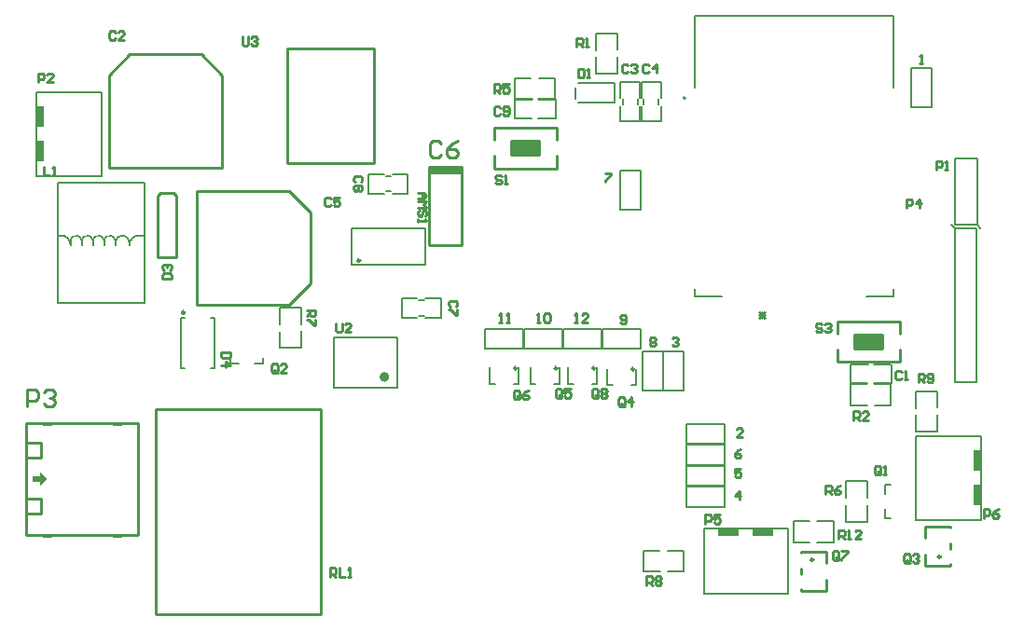
<source format=gto>
G04*
G04 #@! TF.GenerationSoftware,Altium Limited,Altium Designer,21.0.8 (223)*
G04*
G04 Layer_Color=65535*
%FSTAX25Y25*%
%MOIN*%
G70*
G04*
G04 #@! TF.SameCoordinates,ACC495E8-7B1D-45BE-8A89-05A210FF911E*
G04*
G04*
G04 #@! TF.FilePolarity,Positive*
G04*
G01*
G75*
%ADD10C,0.00787*%
%ADD11C,0.00984*%
%ADD12C,0.00700*%
%ADD13C,0.00500*%
%ADD14C,0.01000*%
%ADD15C,0.00800*%
%ADD16R,0.10000X0.05000*%
%ADD17R,0.07500X0.02500*%
%ADD18R,0.02500X0.07500*%
G36*
X011Y0170685D02*
X01075Y0173185D01*
Y0171685D01*
X0105D01*
Y0169685D01*
X01075D01*
Y0168185D01*
X011Y0170685D01*
D02*
G37*
G36*
X0229512Y0208237D02*
X0231897D01*
Y0205886D01*
X0229512D01*
Y0208237D01*
D02*
G37*
D10*
X0338236Y0306713D02*
G03*
X0338236Y0306713I-0000394J0D01*
G01*
X0232112Y0207067D02*
G03*
X0232112Y0207067I-0001419J0D01*
G01*
X0168626Y022824D02*
X0169905D01*
X0168626Y021013D02*
X0169905D01*
X0158095Y022824D02*
X0159374D01*
X0158095Y021013D02*
X0159374D01*
X0169905D02*
Y022824D01*
X0158095Y021013D02*
Y022824D01*
X0175594Y0211929D02*
X0178744D01*
X0175594D02*
Y0213898D01*
X0184256Y0211929D02*
X0187406D01*
Y0213898D01*
X0218811Y0260083D02*
X0245189D01*
X0218811Y0247287D02*
X0245189D01*
X0218811D02*
Y0260083D01*
X0245189Y0247287D02*
Y0260083D01*
X02371Y0228185D02*
Y0235185D01*
X02509Y0228185D02*
Y0235185D01*
X02371D02*
X0242393D01*
X0245444D02*
X02509D01*
X0245444Y0228185D02*
X02509D01*
X02371D02*
X0242393D01*
X02389Y0272685D02*
Y0279685D01*
X02251Y0272685D02*
Y0279685D01*
X0233607Y0272685D02*
X02389D01*
X02251D02*
X0230556D01*
X02251Y0279685D02*
X0230556D01*
X0233607D02*
X02389D01*
X0212779Y020313D02*
X0235221D01*
X0212779D02*
Y022124D01*
X0235221D01*
Y020313D02*
Y022124D01*
X0268382Y0204559D02*
X0270154D01*
X0276847D02*
X0278618D01*
X0268382D02*
Y0210366D01*
X0278618Y0204559D02*
Y0210366D01*
X0282882Y0204559D02*
X0284654D01*
X0291347D02*
X0293118D01*
X0282882D02*
Y0210366D01*
X0293118Y0204559D02*
Y0210366D01*
X0296382Y0204559D02*
X0298154D01*
X0304847D02*
X0306618D01*
X0296382D02*
Y0210366D01*
X0306618Y0204559D02*
Y0210366D01*
X0310382Y0204185D02*
X0312154D01*
X0318847D02*
X0320618D01*
X0310382D02*
Y0209992D01*
X0320618Y0204185D02*
Y0209992D01*
X0409685Y0165252D02*
Y0168402D01*
X0411654D01*
X0409685Y0156591D02*
Y015974D01*
Y0156591D02*
X0411654D01*
X03295Y02986D02*
Y0303893D01*
Y0306944D02*
Y03124D01*
X03225Y0306944D02*
Y03124D01*
Y02986D02*
Y0303893D01*
Y03124D02*
X03295D01*
X03225Y02986D02*
X03295D01*
X0322D02*
Y0303893D01*
Y0306944D02*
Y03124D01*
X0315Y0306944D02*
Y03124D01*
Y02986D02*
Y0303893D01*
Y03124D02*
X0322D01*
X0315Y02986D02*
X0322D01*
D11*
X0159276Y0230071D02*
G03*
X0159276Y0230071I-0000492J0D01*
G01*
X0222Y0248685D02*
G03*
X0222Y0248685I-0000492J0D01*
G01*
X0277992Y0210185D02*
G03*
X0277992Y0210185I-0000492J0D01*
G01*
X0292492D02*
G03*
X0292492Y0210185I-0000492J0D01*
G01*
X0305992D02*
G03*
X0305992Y0210185I-0000492J0D01*
G01*
X0319992Y0209811D02*
G03*
X0319992Y0209811I-0000492J0D01*
G01*
X0429492Y0142693D02*
G03*
X0429492Y0142693I-0000492J0D01*
G01*
X0383992Y0141677D02*
G03*
X0383992Y0141677I-0000492J0D01*
G01*
D12*
X0143Y0257685D02*
G03*
X01395Y0254185I0J-00035D01*
G01*
Y0255185D02*
G03*
X0137Y0257685I-00025J0D01*
G01*
D02*
G03*
X01345Y0255185I0J-00025D01*
G01*
Y0255685D02*
G03*
X01325Y0257685I-0002J0D01*
G01*
D02*
G03*
X01305Y0255685I0J-0002D01*
G01*
D02*
G03*
X01285Y0257685I-0002J0D01*
G01*
D02*
G03*
X01265Y0255685I0J-0002D01*
G01*
D02*
G03*
X01245Y0257685I-0002J0D01*
G01*
D02*
G03*
X01225Y0255685I0J-0002D01*
G01*
D02*
G03*
X01205Y0257685I-0002J0D01*
G01*
D02*
G03*
X01185Y0255685I0J-0002D01*
G01*
Y0254185D02*
G03*
X0115Y0257685I-00035J0D01*
G01*
X0145Y0233685D02*
Y0276685D01*
X0114D02*
X0145D01*
X0114Y0233685D02*
Y0276685D01*
Y0233685D02*
X0145D01*
X0143Y0257685D02*
X0145D01*
X01395Y0254185D02*
Y0255185D01*
X01345Y0254185D02*
Y0255185D01*
Y0254185D02*
Y0255685D01*
X01305Y0254185D02*
Y0255685D01*
Y0254185D02*
Y0255685D01*
X01265Y0254185D02*
Y0255685D01*
Y0254185D02*
Y0255685D01*
X01225Y0254185D02*
Y0255685D01*
Y0254185D02*
Y0255685D01*
X01185Y0254185D02*
Y0255685D01*
X0114Y0257685D02*
X0115D01*
X0243084Y0234398D02*
X0244883D01*
X0243084Y0228998D02*
X0244883D01*
X0231117Y0273472D02*
X0232916D01*
X0231117Y0278872D02*
X0232916D01*
X0328687Y0304584D02*
Y0306383D01*
X0323287Y0304584D02*
Y0306383D01*
X0321187Y0304584D02*
Y0306383D01*
X0315787Y0304584D02*
Y0306383D01*
D13*
X0412646Y031065D02*
Y033624D01*
X0341779D02*
X0412646D01*
X0341779Y031065D02*
Y033624D01*
X0412646Y0235846D02*
Y0238405D01*
X0403Y0235846D02*
X0412646D01*
X0341779D02*
X0351425D01*
X0341779D02*
Y0238405D01*
X03062Y0315485D02*
Y0321385D01*
X03138Y0315485D02*
Y0321385D01*
X03062Y0315485D02*
X03138D01*
Y0324085D02*
Y0329885D01*
X03062D02*
X03138D01*
X03062Y0323885D02*
Y0329885D01*
X03Y0312185D02*
X0313D01*
Y0305185D02*
Y0312185D01*
X03Y0305185D02*
X0313D01*
X0299Y0306685D02*
Y0310685D01*
X02858Y03062D02*
X02917D01*
X02858Y03138D02*
X02917D01*
Y03062D02*
Y03138D01*
X02773D02*
X02831D01*
X02773Y03062D02*
Y03138D01*
Y03062D02*
X02833D01*
X0277163Y03064D02*
X0283463D01*
X0285563D02*
X0291763D01*
X0291837Y02996D02*
Y03064D01*
X0285663Y02996D02*
X0291763D01*
X0277163D02*
X0283363D01*
X0277163D02*
Y03064D01*
X02008Y0225985D02*
Y0231885D01*
X01932Y0225985D02*
Y0231885D01*
X02008D01*
X01932Y0217485D02*
Y0223285D01*
Y0217485D02*
X02008D01*
Y0223485D01*
X026661Y0224327D02*
X028039D01*
X026661Y0217043D02*
X028039D01*
X026661D02*
Y0224327D01*
X028039Y0217043D02*
Y0224327D01*
X028061D02*
X029439D01*
X028061Y0217043D02*
X029439D01*
X028061D02*
Y0224327D01*
X029439Y0217043D02*
Y0224327D01*
X029461D02*
X030839D01*
X029461Y0217043D02*
X030839D01*
X029461D02*
Y0224327D01*
X030839Y0217043D02*
Y0224327D01*
X030861D02*
X032239D01*
X030861Y0217043D02*
X032239D01*
X030861D02*
Y0224327D01*
X032239Y0217043D02*
Y0224327D01*
X0330142Y0202295D02*
Y0216075D01*
X0322858Y0202295D02*
Y0216075D01*
X0330142D01*
X0322858Y0202295D02*
X0330142D01*
X0337642D02*
Y0216075D01*
X0330358Y0202295D02*
Y0216075D01*
X0337642D01*
X0330358Y0202295D02*
X0337642D01*
X033861Y0183043D02*
X035239D01*
X033861Y0190327D02*
X035239D01*
Y0183043D02*
Y0190327D01*
X033861Y0183043D02*
Y0190327D01*
Y0175543D02*
X035239D01*
X033861Y0182827D02*
X035239D01*
Y0175543D02*
Y0182827D01*
X033861Y0175543D02*
Y0182827D01*
Y0168043D02*
X035239D01*
X033861Y0175327D02*
X035239D01*
Y0168043D02*
Y0175327D01*
X033861Y0168043D02*
Y0175327D01*
X0338449Y0160543D02*
X0352228D01*
X0338449Y0167827D02*
X0352228D01*
Y0160543D02*
Y0167827D01*
X0338449Y0160543D02*
Y0167827D01*
X03318Y0137385D02*
X03377D01*
X03318Y0144985D02*
X03377D01*
Y0137385D02*
Y0144985D01*
X03233D02*
X03291D01*
X03233Y0137385D02*
Y0144985D01*
Y0137385D02*
X03293D01*
X0418858Y030361D02*
Y031739D01*
X0426142Y030361D02*
Y031739D01*
X0418858Y030361D02*
X0426142D01*
X0418858Y031739D02*
X0426142D01*
X0397163Y0211585D02*
X0403463D01*
X0405563D02*
X0411763D01*
X0411837Y0204785D02*
Y0211585D01*
X0405663Y0204785D02*
X0411763D01*
X0397163D02*
X0403363D01*
X0397163D02*
Y0211585D01*
X04058Y0196885D02*
X04117D01*
X04058Y0204485D02*
X04117D01*
Y0196885D02*
Y0204485D01*
X03973D02*
X04031D01*
X03973Y0196885D02*
Y0204485D01*
Y0196885D02*
X04033D01*
X0403241Y0163796D02*
Y0169696D01*
X0395641Y0163796D02*
Y0169696D01*
X0403241D01*
X0395641Y0155296D02*
Y0161096D01*
Y0155296D02*
X0403241D01*
Y0161296D01*
X03852Y0155485D02*
X03912D01*
Y0147885D02*
Y0155485D01*
X03854Y0147885D02*
X03912D01*
X03768D02*
Y0155485D01*
Y0147885D02*
X03827D01*
X03768Y0155485D02*
X03827D01*
X04207Y0195885D02*
Y0201885D01*
X04283D01*
Y0196085D02*
Y0201885D01*
X04207Y0187485D02*
X04283D01*
Y0193385D01*
X04207Y0187485D02*
Y0193385D01*
X0314858Y0266957D02*
X0322142D01*
X0314858Y0280736D02*
X0322142D01*
X0314858Y0266957D02*
Y0280736D01*
X0322142Y0266957D02*
Y0280736D01*
D14*
X01025Y0150685D02*
Y0190685D01*
X01425D01*
Y0150685D02*
Y0190685D01*
X01025Y0183685D02*
X0108D01*
Y0178185D02*
Y0183685D01*
X01025Y0178185D02*
X0108D01*
X01025Y0163685D02*
X0108D01*
Y0158185D02*
Y0163685D01*
X01025Y0158185D02*
X0108D01*
X01335Y0190185D02*
X01365D01*
X01025Y0150685D02*
X01425D01*
X01085Y0190185D02*
X01115D01*
X01335Y0150185D02*
X01365D01*
X01085D02*
X01115D01*
X0258405Y0254085D02*
Y0280285D01*
X0246595Y0254085D02*
X0258405D01*
X0246595D02*
Y0280285D01*
X0258405D01*
X0246595Y0281185D02*
X0258405D01*
X0246595Y0282085D02*
X0258405D01*
X02584Y0279985D02*
Y0282085D01*
X02466Y0279785D02*
Y0282085D01*
X0163724Y0232909D02*
Y0273461D01*
X0196724Y0232909D02*
X0204276Y0240461D01*
X0163724Y0232909D02*
X0196724D01*
X0204276Y0240461D02*
Y026591D01*
X0196724Y0273461D02*
X0204276Y026591D01*
X0163724Y0273461D02*
X0196724D01*
X01496Y0249785D02*
X01564D01*
X01496Y0271885D02*
X01507Y0272985D01*
X01496Y0249785D02*
Y0271885D01*
X01507Y0272985D02*
X01553D01*
X01564Y0271885D01*
Y0249785D02*
Y0271885D01*
X0292202Y0281676D02*
Y0286176D01*
Y0291776D02*
Y0296276D01*
X0270002D02*
X0292202D01*
X0270002Y0281676D02*
X0292202D01*
X0276102Y0286476D02*
X0286102D01*
X0276102D02*
Y0291476D01*
X0286102D01*
Y0286476D02*
Y0291476D01*
X0270002Y0281676D02*
Y0286176D01*
Y0291776D02*
Y0296276D01*
X0132224Y0281909D02*
Y031491D01*
X0139776Y0322461D01*
X0165224D01*
X0172776Y0281909D02*
Y031491D01*
X0165224Y0322461D02*
X0172776Y031491D01*
X0132224Y0281909D02*
X0172776D01*
X0227Y0283685D02*
Y0324685D01*
X0196Y0283685D02*
X0227D01*
X0196D02*
Y0324685D01*
X0227D01*
X0148945Y0195685D02*
X0208D01*
X0148945Y0122063D02*
Y0195685D01*
Y0122063D02*
X0208D01*
Y0195685D01*
X039262Y0222485D02*
Y0226985D01*
Y0212385D02*
Y0216885D01*
X040872Y0217185D02*
Y0222185D01*
X0398721D02*
X040872D01*
X0398721Y0217185D02*
Y0222185D01*
Y0217185D02*
X040872D01*
X039262Y0212385D02*
X041482D01*
X039262Y0226985D02*
X041482D01*
Y0222485D02*
Y0226985D01*
Y0212385D02*
Y0216885D01*
X0433Y0145685D02*
Y0147685D01*
Y0153185D02*
Y0153685D01*
X0424D02*
X0433D01*
X0424Y0149685D02*
Y0153685D01*
X0433Y0139685D02*
Y0140185D01*
X0424Y0139685D02*
X0433D01*
X0424D02*
Y0143685D01*
X03885Y0140685D02*
Y0144685D01*
X03795D02*
X03885D01*
X03795Y0144185D02*
Y0144685D01*
X03885Y0130685D02*
Y0134685D01*
X03795Y0130685D02*
X03885D01*
X03795D02*
Y0131185D01*
Y0136685D02*
Y0138685D01*
X0103Y01966D02*
Y0202598D01*
X0105999D01*
X0106999Y0201598D01*
Y0199599D01*
X0105999Y0198599D01*
X0103D01*
X0108998Y0201598D02*
X0109998Y0202598D01*
X0111997D01*
X0112997Y0201598D01*
Y0200599D01*
X0111997Y0199599D01*
X0110997D01*
X0111997D01*
X0112997Y0198599D01*
Y01976D01*
X0111997Y01966D01*
X0109998D01*
X0108998Y01976D01*
X0251099Y0290598D02*
X0250099Y0291598D01*
X02481D01*
X02471Y0290598D01*
Y02866D01*
X02481Y02856D01*
X0250099D01*
X0251099Y02866D01*
X0257097Y0291598D02*
X0255097Y0290598D01*
X0253098Y0288599D01*
Y02866D01*
X0254098Y02856D01*
X0256097D01*
X0257097Y02866D01*
Y0287599D01*
X0256097Y0288599D01*
X0253098D01*
X0179876Y0328759D02*
Y0326135D01*
X0180401Y0325611D01*
X018145D01*
X0181975Y0326135D01*
Y0328759D01*
X0183025Y0328235D02*
X0183549Y0328759D01*
X0184599D01*
X0185124Y0328235D01*
Y032771D01*
X0184599Y0327185D01*
X0184074D01*
X0184599D01*
X0185124Y032666D01*
Y0326135D01*
X0184599Y0325611D01*
X0183549D01*
X0183025Y0326135D01*
X0213376Y0226259D02*
Y0223636D01*
X0213901Y0223111D01*
X021495D01*
X0215475Y0223636D01*
Y0226259D01*
X0218624Y0223111D02*
X0216525D01*
X0218624Y022521D01*
Y0225735D01*
X0218099Y0226259D01*
X021705D01*
X0216525Y0225735D01*
X0386975D02*
X0386451Y0226259D01*
X0385401D01*
X0384876Y0225735D01*
Y022521D01*
X0385401Y0224685D01*
X0386451D01*
X0386975Y022416D01*
Y0223636D01*
X0386451Y0223111D01*
X0385401D01*
X0384876Y0223636D01*
X0388025Y0225735D02*
X0388549Y0226259D01*
X0389599D01*
X0390124Y0225735D01*
Y022521D01*
X0389599Y0224685D01*
X0389074D01*
X0389599D01*
X0390124Y022416D01*
Y0223636D01*
X0389599Y0223111D01*
X0388549D01*
X0388025Y0223636D01*
X02725Y0278735D02*
X0271975Y0279259D01*
X0270926D01*
X0270401Y0278735D01*
Y027821D01*
X0270926Y0277685D01*
X0271975D01*
X02725Y027716D01*
Y0276636D01*
X0271975Y0276111D01*
X0270926D01*
X0270401Y0276636D01*
X027355Y0276111D02*
X0274599D01*
X0274074D01*
Y0279259D01*
X027355Y0278735D01*
X0211327Y0135611D02*
Y0138759D01*
X0212901D01*
X0213426Y0138235D01*
Y0137185D01*
X0212901Y013666D01*
X0211327D01*
X0212376D02*
X0213426Y0135611D01*
X0214475Y0138759D02*
Y0135611D01*
X0216574D01*
X0217624D02*
X0218673D01*
X0218149D01*
Y0138759D01*
X0217624Y0138235D01*
X0393064Y0149111D02*
Y0152259D01*
X0394639D01*
X0395163Y0151735D01*
Y0150685D01*
X0394639Y015016D01*
X0393064D01*
X0394114D02*
X0395163Y0149111D01*
X0396213D02*
X0397262D01*
X0396738D01*
Y0152259D01*
X0396213Y0151735D01*
X0400936Y0149111D02*
X0398837D01*
X0400936Y015121D01*
Y0151735D01*
X0400411Y0152259D01*
X0399361D01*
X0398837Y0151735D01*
X04215Y02051D02*
Y0208249D01*
X0423074D01*
X0423599Y0207724D01*
Y0206674D01*
X0423074Y020615D01*
X04215D01*
X0422549D02*
X0423599Y02051D01*
X0424649Y0205625D02*
X0425173Y02051D01*
X0426223D01*
X0426748Y0205625D01*
Y0207724D01*
X0426223Y0208249D01*
X0425173D01*
X0424649Y0207724D01*
Y0207199D01*
X0425173Y0206674D01*
X0426748D01*
X0324376Y0132611D02*
Y0135759D01*
X0325951D01*
X0326475Y0135235D01*
Y0134185D01*
X0325951Y013366D01*
X0324376D01*
X0325426D02*
X0326475Y0132611D01*
X0327525Y0135235D02*
X0328049Y0135759D01*
X0329099D01*
X0329624Y0135235D01*
Y013471D01*
X0329099Y0134185D01*
X0329624Y013366D01*
Y0133135D01*
X0329099Y0132611D01*
X0328049D01*
X0327525Y0133135D01*
Y013366D01*
X0328049Y0134185D01*
X0327525Y013471D01*
Y0135235D01*
X0328049Y0134185D02*
X0329099D01*
X0202926Y0230809D02*
X0206074D01*
Y0229235D01*
X020555Y022871D01*
X02045D01*
X0203975Y0229235D01*
Y0230809D01*
Y0229759D02*
X0202926Y022871D01*
X0206074Y022766D02*
Y0225561D01*
X020555D01*
X020345Y022766D01*
X0202926D01*
X0388376Y0165111D02*
Y0168259D01*
X038995D01*
X0390475Y0167735D01*
Y0166685D01*
X038995Y016616D01*
X0388376D01*
X0389426D02*
X0390475Y0165111D01*
X0393624Y0168259D02*
X0392574Y0167735D01*
X0391525Y0166685D01*
Y0165636D01*
X039205Y0165111D01*
X0393099D01*
X0393624Y0165636D01*
Y016616D01*
X0393099Y0166685D01*
X0391525D01*
X0269876Y0308611D02*
Y0311759D01*
X027145D01*
X0271975Y0311235D01*
Y0310185D01*
X027145Y030966D01*
X0269876D01*
X0270926D02*
X0271975Y0308611D01*
X0275124Y0311759D02*
X0273025D01*
Y0310185D01*
X0274074Y031071D01*
X0274599D01*
X0275124Y0310185D01*
Y0309136D01*
X0274599Y0308611D01*
X027355D01*
X0273025Y0309136D01*
X0398376Y0191611D02*
Y0194759D01*
X0399951D01*
X0400475Y0194235D01*
Y0193185D01*
X0399951Y019266D01*
X0398376D01*
X0399426D02*
X0400475Y0191611D01*
X0403624D02*
X0401525D01*
X0403624Y019371D01*
Y0194235D01*
X0403099Y0194759D01*
X0402049D01*
X0401525Y0194235D01*
X0299401Y0325111D02*
Y0328259D01*
X0300975D01*
X03015Y0327735D01*
Y0326685D01*
X0300975Y032616D01*
X0299401D01*
X030045D02*
X03015Y0325111D01*
X030255D02*
X0303599D01*
X0303074D01*
Y0328259D01*
X030255Y0327735D01*
X0306975Y0200135D02*
Y0202235D01*
X0306451Y0202759D01*
X0305401D01*
X0304876Y0202235D01*
Y0200135D01*
X0305401Y0199611D01*
X0306451D01*
X0305926Y020066D02*
X0306975Y0199611D01*
X0306451D02*
X0306975Y0200135D01*
X0308025Y0202235D02*
X0308549Y0202759D01*
X0309599D01*
X0310124Y0202235D01*
Y020171D01*
X0309599Y0201185D01*
X0310124Y020066D01*
Y0200135D01*
X0309599Y0199611D01*
X0308549D01*
X0308025Y0200135D01*
Y020066D01*
X0308549Y0201185D01*
X0308025Y020171D01*
Y0202235D01*
X0308549Y0201185D02*
X0309599D01*
X0392975Y0142136D02*
Y0144235D01*
X039245Y0144759D01*
X0391401D01*
X0390876Y0144235D01*
Y0142136D01*
X0391401Y0141611D01*
X039245D01*
X0391926Y014266D02*
X0392975Y0141611D01*
X039245D02*
X0392975Y0142136D01*
X0394025Y0144759D02*
X0396124D01*
Y0144235D01*
X0394025Y0142136D01*
Y0141611D01*
X0278975Y0199636D02*
Y0201735D01*
X027845Y0202259D01*
X0277401D01*
X0276876Y0201735D01*
Y0199636D01*
X0277401Y0199111D01*
X027845D01*
X0277926Y020016D02*
X0278975Y0199111D01*
X027845D02*
X0278975Y0199636D01*
X0282124Y0202259D02*
X0281074Y0201735D01*
X0280025Y0200685D01*
Y0199636D01*
X028055Y0199111D01*
X0281599D01*
X0282124Y0199636D01*
Y020016D01*
X0281599Y0200685D01*
X0280025D01*
X0293975Y0200135D02*
Y0202235D01*
X029345Y0202759D01*
X0292401D01*
X0291876Y0202235D01*
Y0200135D01*
X0292401Y0199611D01*
X029345D01*
X0292926Y020066D02*
X0293975Y0199611D01*
X029345D02*
X0293975Y0200135D01*
X0297124Y0202759D02*
X0295025D01*
Y0201185D01*
X0296074Y020171D01*
X0296599D01*
X0297124Y0201185D01*
Y0200135D01*
X0296599Y0199611D01*
X029555D01*
X0295025Y0200135D01*
X0316475Y0197135D02*
Y0199235D01*
X031595Y0199759D01*
X0314901D01*
X0314376Y0199235D01*
Y0197135D01*
X0314901Y0196611D01*
X031595D01*
X0315426Y019766D02*
X0316475Y0196611D01*
X031595D02*
X0316475Y0197135D01*
X0319099Y0196611D02*
Y0199759D01*
X0317525Y0198185D01*
X0319624D01*
X0418475Y0141136D02*
Y0143235D01*
X041795Y0143759D01*
X0416901D01*
X0416376Y0143235D01*
Y0141136D01*
X0416901Y0140611D01*
X041795D01*
X0417426Y014166D02*
X0418475Y0140611D01*
X041795D02*
X0418475Y0141136D01*
X0419525Y0143235D02*
X0420049Y0143759D01*
X0421099D01*
X0421624Y0143235D01*
Y014271D01*
X0421099Y0142185D01*
X0420574D01*
X0421099D01*
X0421624Y014166D01*
Y0141136D01*
X0421099Y0140611D01*
X0420049D01*
X0419525Y0141136D01*
X0192475Y0209136D02*
Y0211235D01*
X0191951Y0211759D01*
X0190901D01*
X0190376Y0211235D01*
Y0209136D01*
X0190901Y0208611D01*
X0191951D01*
X0191426Y020966D02*
X0192475Y0208611D01*
X0191951D02*
X0192475Y0209136D01*
X0195624Y0208611D02*
X0193525D01*
X0195624Y021071D01*
Y0211235D01*
X0195099Y0211759D01*
X019405D01*
X0193525Y0211235D01*
X0408Y0172635D02*
Y0174735D01*
X0407475Y0175259D01*
X0406426D01*
X0405901Y0174735D01*
Y0172635D01*
X0406426Y0172111D01*
X0407475D01*
X0406951Y017316D02*
X0408Y0172111D01*
X0407475D02*
X0408Y0172635D01*
X040905Y0172111D02*
X0410099D01*
X0409574D01*
Y0175259D01*
X040905Y0174735D01*
X0444876Y0156611D02*
Y0159759D01*
X0446451D01*
X0446975Y0159235D01*
Y0158185D01*
X0446451Y015766D01*
X0444876D01*
X0450124Y0159759D02*
X0449074Y0159235D01*
X0448025Y0158185D01*
Y0157135D01*
X044855Y0156611D01*
X0449599D01*
X0450124Y0157135D01*
Y015766D01*
X0449599Y0158185D01*
X0448025D01*
X0345376Y0154611D02*
Y0157759D01*
X0346951D01*
X0347475Y0157235D01*
Y0156185D01*
X0346951Y015566D01*
X0345376D01*
X0350624Y0157759D02*
X0348525D01*
Y0156185D01*
X0349574Y015671D01*
X0350099D01*
X0350624Y0156185D01*
Y0155136D01*
X0350099Y0154611D01*
X0349049D01*
X0348525Y0155136D01*
X0417317Y0267493D02*
Y0270641D01*
X0418891D01*
X0419416Y0270116D01*
Y0269067D01*
X0418891Y0268542D01*
X0417317D01*
X042204Y0267493D02*
Y0270641D01*
X0420466Y0269067D01*
X0422565D01*
X01069Y03124D02*
Y0315549D01*
X0108474D01*
X0108999Y0315024D01*
Y0313974D01*
X0108474Y031345D01*
X01069D01*
X0112148Y03124D02*
X0110049D01*
X0112148Y0314499D01*
Y0315024D01*
X0111623Y0315549D01*
X0110573D01*
X0110049Y0315024D01*
X0427901Y0281111D02*
Y0284259D01*
X0429475D01*
X043Y0283735D01*
Y0282685D01*
X0429475Y028216D01*
X0427901D01*
X0431049Y0281111D02*
X0432099D01*
X0431574D01*
Y0284259D01*
X0431049Y0283735D01*
X0108901Y0282259D02*
Y0279111D01*
X0111D01*
X0112049D02*
X0113099D01*
X0112574D01*
Y0282259D01*
X0112049Y0281735D01*
X0175574Y0215809D02*
X0172426D01*
Y0214235D01*
X017295Y021371D01*
X0175049D01*
X0175574Y0214235D01*
Y0215809D01*
X0172426Y0211086D02*
X0175574D01*
X0174Y021266D01*
Y0210561D01*
X0151426Y0242061D02*
X0154574D01*
Y0243636D01*
X015405Y024416D01*
X0151951D01*
X0151426Y0243636D01*
Y0242061D01*
X0151951Y024521D02*
X0151426Y0245735D01*
Y0246784D01*
X0151951Y0247309D01*
X0152475D01*
X0153Y0246784D01*
Y0246259D01*
Y0246784D01*
X0153525Y0247309D01*
X015405D01*
X0154574Y0246784D01*
Y0245735D01*
X015405Y024521D01*
X0299901Y0317259D02*
Y0314111D01*
X0301475D01*
X0302Y0314635D01*
Y0316735D01*
X0301475Y0317259D01*
X0299901D01*
X0303049Y0314111D02*
X0304099D01*
X0303574D01*
Y0317259D01*
X0303049Y0316735D01*
X0271975Y0303235D02*
X027145Y0303759D01*
X0270401D01*
X0269876Y0303235D01*
Y0301135D01*
X0270401Y0300611D01*
X027145D01*
X0271975Y0301135D01*
X0273025D02*
X027355Y0300611D01*
X0274599D01*
X0275124Y0301135D01*
Y0303235D01*
X0274599Y0303759D01*
X027355D01*
X0273025Y0303235D01*
Y030271D01*
X027355Y0302185D01*
X0275124D01*
X0222235Y027671D02*
X0222759Y0277235D01*
Y0278284D01*
X0222235Y0278809D01*
X0220135D01*
X0219611Y0278284D01*
Y0277235D01*
X0220135Y027671D01*
X0222235Y027566D02*
X0222759Y0275135D01*
Y0274086D01*
X0222235Y0273561D01*
X022171D01*
X0221185Y0274086D01*
X022066Y0273561D01*
X0220135D01*
X0219611Y0274086D01*
Y0275135D01*
X0220135Y027566D01*
X022066D01*
X0221185Y0275135D01*
X022171Y027566D01*
X0222235D01*
X0221185Y0275135D02*
Y0274086D01*
X0256235Y023221D02*
X0256759Y0232735D01*
Y0233784D01*
X0256235Y0234309D01*
X0254135D01*
X0253611Y0233784D01*
Y0232735D01*
X0254135Y023221D01*
X0256759Y023116D02*
Y0229061D01*
X0256235D01*
X0254135Y023116D01*
X0253611D01*
X0211475Y0270735D02*
X021095Y0271259D01*
X0209901D01*
X0209376Y0270735D01*
Y0268636D01*
X0209901Y0268111D01*
X021095D01*
X0211475Y0268636D01*
X0214624Y0271259D02*
X0212525D01*
Y0269685D01*
X0213574Y027021D01*
X0214099D01*
X0214624Y0269685D01*
Y0268636D01*
X0214099Y0268111D01*
X021305D01*
X0212525Y0268636D01*
X0325199Y0318424D02*
X0324674Y0318949D01*
X0323625D01*
X03231Y0318424D01*
Y0316325D01*
X0323625Y03158D01*
X0324674D01*
X0325199Y0316325D01*
X0327823Y03158D02*
Y0318949D01*
X0326249Y0317374D01*
X0328348D01*
X0317699Y0318424D02*
X0317174Y0318949D01*
X0316125D01*
X03156Y0318424D01*
Y0316325D01*
X0316125Y03158D01*
X0317174D01*
X0317699Y0316325D01*
X0318749Y0318424D02*
X0319273Y0318949D01*
X0320323D01*
X0320848Y0318424D01*
Y0317899D01*
X0320323Y0317374D01*
X0319798D01*
X0320323D01*
X0320848Y0316849D01*
Y0316325D01*
X0320323Y03158D01*
X0319273D01*
X0318749Y0316325D01*
X0134475Y0330235D02*
X013395Y0330759D01*
X0132901D01*
X0132376Y0330235D01*
Y0328135D01*
X0132901Y0327611D01*
X013395D01*
X0134475Y0328135D01*
X0137624Y0327611D02*
X0135525D01*
X0137624Y032971D01*
Y0330235D01*
X0137099Y0330759D01*
X0136049D01*
X0135525Y0330235D01*
X04155Y0208735D02*
X0414975Y0209259D01*
X0413926D01*
X0413401Y0208735D01*
Y0206635D01*
X0413926Y0206111D01*
X0414975D01*
X04155Y0206635D01*
X0416549Y0206111D02*
X0417599D01*
X0417074D01*
Y0209259D01*
X0416549Y0208735D01*
X0242611Y0272933D02*
X024471D01*
X0245759Y0271883D01*
X024471Y0270834D01*
X0242611D01*
X0244185D01*
Y0272933D01*
X0242611Y0269784D02*
X0245759D01*
X024471Y0268735D01*
X0245759Y0267685D01*
X0242611D01*
X0245235Y0264536D02*
X0245759Y0265061D01*
Y0266111D01*
X0245235Y0266635D01*
X024471D01*
X0244185Y0266111D01*
Y0265061D01*
X024366Y0264536D01*
X0243135D01*
X0242611Y0265061D01*
Y0266111D01*
X0243135Y0266635D01*
X0242611Y0263487D02*
Y0262437D01*
Y0262962D01*
X0245759D01*
X0245235Y0263487D01*
X0298639Y0226611D02*
X0299688D01*
X0299163D01*
Y0229759D01*
X0298639Y0229235D01*
X0303362Y0226611D02*
X0301262D01*
X0303362Y022871D01*
Y0229235D01*
X0302837Y0229759D01*
X0301787D01*
X0301262Y0229235D01*
X0271663Y0226611D02*
X0272713D01*
X0272188D01*
Y0229759D01*
X0271663Y0229235D01*
X0274287Y0226611D02*
X0275337D01*
X0274812D01*
Y0229759D01*
X0274287Y0229235D01*
X0285139Y0226611D02*
X0286188D01*
X0285663D01*
Y0229759D01*
X0285139Y0229235D01*
X0287762D02*
X0288287Y0229759D01*
X0289337D01*
X0289861Y0229235D01*
Y0227135D01*
X0289337Y0226611D01*
X0288287D01*
X0287762Y0227135D01*
Y0229235D01*
X031495Y0226636D02*
X0315475Y0226111D01*
X0316525D01*
X031705Y0226636D01*
Y0228735D01*
X0316525Y0229259D01*
X0315475D01*
X031495Y0228735D01*
Y022821D01*
X0315475Y0227685D01*
X031705D01*
X032545Y0220735D02*
X0325975Y0221259D01*
X0327025D01*
X032755Y0220735D01*
Y022021D01*
X0327025Y0219685D01*
X032755Y021916D01*
Y0218636D01*
X0327025Y0218111D01*
X0325975D01*
X032545Y0218636D01*
Y021916D01*
X0325975Y0219685D01*
X032545Y022021D01*
Y0220735D01*
X0325975Y0219685D02*
X0327025D01*
X03095Y0279949D02*
X0311599D01*
Y0279424D01*
X03095Y0277325D01*
Y02768D01*
X035805Y0181259D02*
X0357Y0180735D01*
X035595Y0179685D01*
Y0178636D01*
X0356475Y0178111D01*
X0357525D01*
X035805Y0178636D01*
Y017916D01*
X0357525Y0179685D01*
X035595D01*
X035805Y0174259D02*
X035595D01*
Y0172685D01*
X0357Y017321D01*
X0357525D01*
X035805Y0172685D01*
Y0171635D01*
X0357525Y0171111D01*
X0356475D01*
X035595Y0171635D01*
X0357525Y0163111D02*
Y0166259D01*
X035595Y0164685D01*
X035805D01*
X0333451Y0220735D02*
X0333975Y0221259D01*
X0335025D01*
X0335549Y0220735D01*
Y022021D01*
X0335025Y0219685D01*
X03345D01*
X0335025D01*
X0335549Y021916D01*
Y0218636D01*
X0335025Y0218111D01*
X0333975D01*
X0333451Y0218636D01*
X0358549Y0185611D02*
X0356451D01*
X0358549Y018771D01*
Y0188235D01*
X0358025Y0188759D01*
X0356975D01*
X0356451Y0188235D01*
X0421975Y0319111D02*
X0423025D01*
X04225D01*
Y0322259D01*
X0421975Y0321735D01*
X0364451Y0230235D02*
X0366549Y0228135D01*
X0364451D02*
X0366549Y0230235D01*
X0364451Y0229185D02*
X0366549D01*
X03655Y0228135D02*
Y0230235D01*
D15*
X0433382Y0261425D02*
X0434563Y0260244D01*
Y0205126D02*
X0442437D01*
Y0260244D01*
X0434563D02*
X0442437D01*
X0434563Y0205126D02*
Y0260244D01*
X0374843Y0129528D02*
Y0152756D01*
X0344843Y0129528D02*
X0374843D01*
X0344843D02*
Y0152756D01*
X0374843D01*
X044252Y0261417D02*
Y0285039D01*
X0434646Y0261417D02*
X044252D01*
X0434646D02*
Y0285039D01*
X044252D01*
Y0261417D02*
X0443701Y0260236D01*
X0443949Y0156D02*
Y0186D01*
X042072D02*
X0443949D01*
X042072Y0156D02*
Y0186D01*
Y0156D02*
X0443949D01*
X0106299Y0308976D02*
X0129528D01*
Y0278976D02*
Y0308976D01*
X0106299Y0278976D02*
X0129528D01*
X0106299D02*
Y0308976D01*
D16*
X0281103Y0288972D02*
D03*
X0403722Y0219685D02*
D03*
D17*
X0366093Y0151557D02*
D03*
X0353593D02*
D03*
D18*
X044275Y017725D02*
D03*
Y016475D02*
D03*
X0107497Y0300227D02*
D03*
Y0287727D02*
D03*
M02*

</source>
